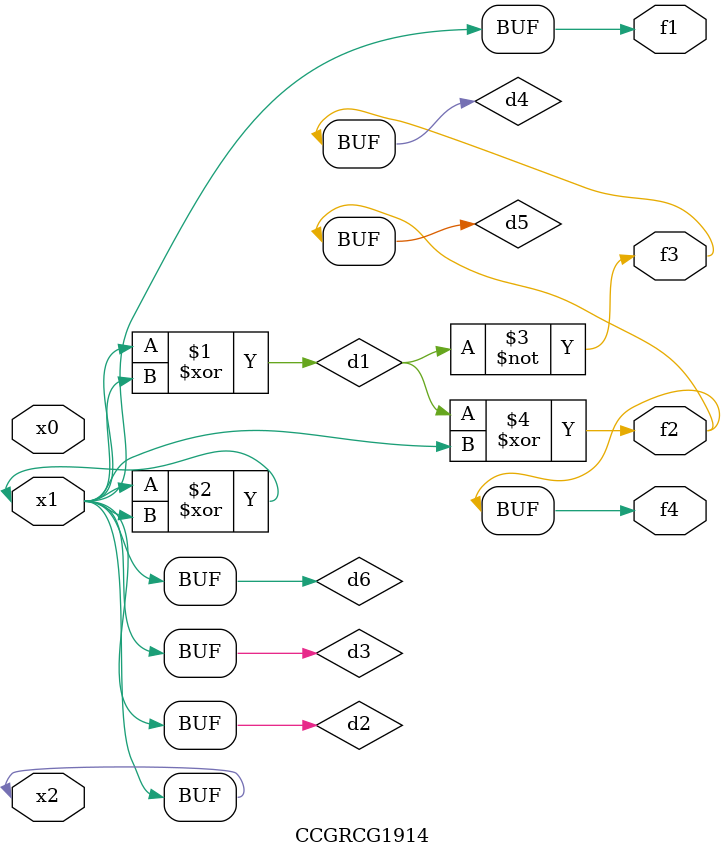
<source format=v>
module CCGRCG1914(
	input x0, x1, x2,
	output f1, f2, f3, f4
);

	wire d1, d2, d3, d4, d5, d6;

	xor (d1, x1, x2);
	buf (d2, x1, x2);
	xor (d3, x1, x2);
	nor (d4, d1);
	xor (d5, d1, d2);
	buf (d6, d2, d3);
	assign f1 = d6;
	assign f2 = d5;
	assign f3 = d4;
	assign f4 = d5;
endmodule

</source>
